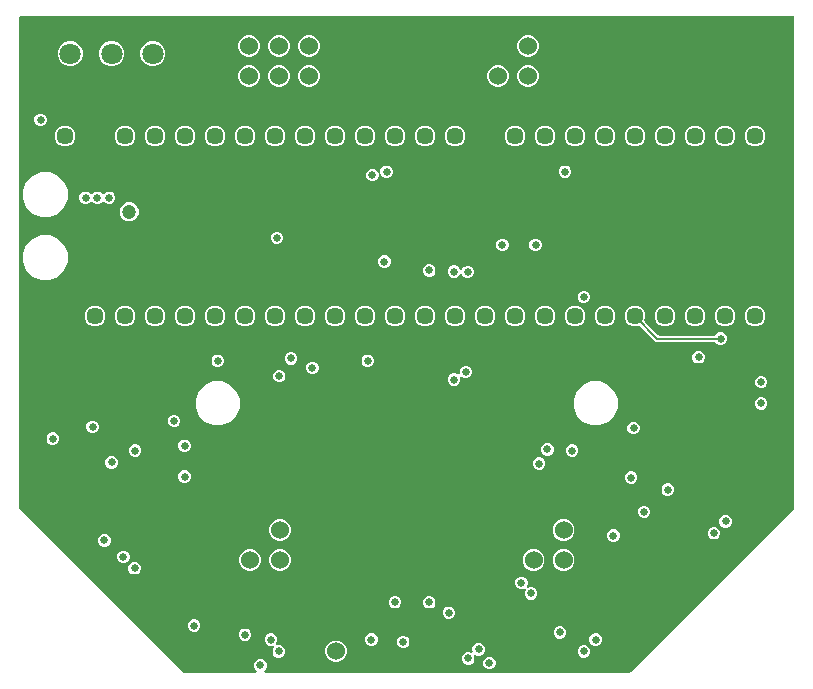
<source format=gbr>
G04 EAGLE Gerber RS-274X export*
G75*
%MOMM*%
%FSLAX34Y34*%
%LPD*%
%INCopper Layer 2*%
%IPPOS*%
%AMOC8*
5,1,8,0,0,1.08239X$1,22.5*%
G01*
%ADD10C,1.447800*%
%ADD11C,1.530000*%
%ADD12C,1.524000*%
%ADD13C,1.800000*%
%ADD14C,0.654000*%
%ADD15C,1.200000*%
%ADD16C,0.200000*%

G36*
X62120Y2005D02*
X62120Y2005D01*
X62152Y2003D01*
X62259Y2025D01*
X62367Y2041D01*
X62396Y2054D01*
X62428Y2060D01*
X62524Y2112D01*
X62624Y2157D01*
X62648Y2178D01*
X62677Y2193D01*
X62755Y2269D01*
X62838Y2340D01*
X62856Y2367D01*
X62879Y2390D01*
X62933Y2485D01*
X62993Y2576D01*
X63002Y2607D01*
X63018Y2635D01*
X63043Y2741D01*
X63075Y2846D01*
X63075Y2878D01*
X63083Y2909D01*
X63077Y3019D01*
X63079Y3128D01*
X63070Y3159D01*
X63068Y3191D01*
X63033Y3294D01*
X63004Y3400D01*
X62987Y3427D01*
X62976Y3458D01*
X62923Y3531D01*
X62855Y3640D01*
X62819Y3672D01*
X62794Y3707D01*
X61505Y4996D01*
X60697Y6945D01*
X60697Y9055D01*
X61505Y11004D01*
X62996Y12495D01*
X64945Y13303D01*
X67055Y13303D01*
X69004Y12495D01*
X70495Y11004D01*
X71303Y9055D01*
X71303Y6945D01*
X70495Y4996D01*
X69206Y3707D01*
X69186Y3681D01*
X69162Y3660D01*
X69102Y3568D01*
X69036Y3481D01*
X69025Y3451D01*
X69007Y3424D01*
X68975Y3319D01*
X68937Y3217D01*
X68934Y3185D01*
X68925Y3154D01*
X68924Y3045D01*
X68915Y2936D01*
X68922Y2904D01*
X68921Y2872D01*
X68950Y2767D01*
X68973Y2660D01*
X68988Y2631D01*
X68996Y2600D01*
X69054Y2507D01*
X69105Y2411D01*
X69128Y2388D01*
X69145Y2360D01*
X69226Y2287D01*
X69302Y2209D01*
X69330Y2193D01*
X69354Y2171D01*
X69452Y2124D01*
X69547Y2070D01*
X69579Y2062D01*
X69608Y2048D01*
X69697Y2034D01*
X69822Y2005D01*
X69870Y2007D01*
X69912Y2001D01*
X378757Y2001D01*
X378852Y2014D01*
X378949Y2019D01*
X378992Y2034D01*
X379037Y2041D01*
X379124Y2080D01*
X379215Y2112D01*
X379249Y2137D01*
X379294Y2157D01*
X379391Y2240D01*
X379464Y2293D01*
X517707Y140536D01*
X517764Y140613D01*
X517829Y140684D01*
X517849Y140725D01*
X517876Y140762D01*
X517910Y140852D01*
X517952Y140938D01*
X517958Y140980D01*
X517975Y141026D01*
X517985Y141153D01*
X517999Y141243D01*
X517999Y557000D01*
X517990Y557064D01*
X517991Y557128D01*
X517970Y557203D01*
X517959Y557279D01*
X517933Y557338D01*
X517916Y557400D01*
X517875Y557466D01*
X517843Y557536D01*
X517801Y557585D01*
X517768Y557640D01*
X517710Y557692D01*
X517660Y557750D01*
X517606Y557786D01*
X517558Y557829D01*
X517489Y557862D01*
X517424Y557905D01*
X517362Y557924D01*
X517305Y557952D01*
X517235Y557963D01*
X517154Y557987D01*
X517069Y557988D01*
X517000Y557999D01*
X-137000Y557999D01*
X-137064Y557990D01*
X-137128Y557991D01*
X-137203Y557970D01*
X-137279Y557959D01*
X-137338Y557933D01*
X-137400Y557916D01*
X-137466Y557875D01*
X-137536Y557843D01*
X-137585Y557801D01*
X-137640Y557768D01*
X-137692Y557710D01*
X-137750Y557660D01*
X-137786Y557606D01*
X-137829Y557558D01*
X-137862Y557489D01*
X-137905Y557424D01*
X-137924Y557362D01*
X-137952Y557305D01*
X-137963Y557235D01*
X-137987Y557154D01*
X-137988Y557069D01*
X-137999Y557000D01*
X-137999Y141243D01*
X-137986Y141148D01*
X-137981Y141051D01*
X-137966Y141008D01*
X-137959Y140963D01*
X-137920Y140876D01*
X-137888Y140785D01*
X-137863Y140751D01*
X-137843Y140706D01*
X-137760Y140609D01*
X-137707Y140536D01*
X536Y2293D01*
X613Y2236D01*
X684Y2171D01*
X725Y2151D01*
X762Y2124D01*
X852Y2090D01*
X938Y2048D01*
X980Y2042D01*
X1026Y2025D01*
X1153Y2015D01*
X1243Y2001D01*
X62088Y2001D01*
X62120Y2005D01*
G37*
%LPC*%
G36*
X-119779Y387699D02*
X-119779Y387699D01*
X-126763Y390592D01*
X-132108Y395937D01*
X-135001Y402920D01*
X-135001Y410479D01*
X-132108Y417463D01*
X-126763Y422808D01*
X-119779Y425701D01*
X-112221Y425701D01*
X-105237Y422808D01*
X-99892Y417463D01*
X-96999Y410479D01*
X-96999Y402920D01*
X-99892Y395937D01*
X-105237Y390592D01*
X-112221Y387699D01*
X-119779Y387699D01*
G37*
%LPD*%
%LPC*%
G36*
X-119779Y334299D02*
X-119779Y334299D01*
X-126763Y337192D01*
X-132108Y342537D01*
X-135001Y349520D01*
X-135001Y357079D01*
X-132108Y364063D01*
X-126763Y369408D01*
X-119779Y372301D01*
X-112221Y372301D01*
X-105237Y369408D01*
X-99892Y364063D01*
X-96999Y357079D01*
X-96999Y349520D01*
X-99892Y342537D01*
X-105237Y337192D01*
X-112221Y334299D01*
X-119779Y334299D01*
G37*
%LPD*%
%LPC*%
G36*
X26320Y211499D02*
X26320Y211499D01*
X19520Y214316D01*
X14316Y219520D01*
X11499Y226320D01*
X11499Y233680D01*
X14316Y240480D01*
X19520Y245684D01*
X26320Y248501D01*
X33680Y248501D01*
X40480Y245684D01*
X45684Y240480D01*
X48501Y233680D01*
X48501Y226320D01*
X45684Y219520D01*
X40480Y214316D01*
X33680Y211499D01*
X26320Y211499D01*
G37*
%LPD*%
%LPC*%
G36*
X346320Y211499D02*
X346320Y211499D01*
X339520Y214316D01*
X334316Y219520D01*
X331499Y226320D01*
X331499Y233680D01*
X334316Y240480D01*
X339520Y245684D01*
X346320Y248501D01*
X353680Y248501D01*
X360480Y245684D01*
X365684Y240480D01*
X368501Y233680D01*
X368501Y226320D01*
X365684Y219520D01*
X360480Y214316D01*
X353680Y211499D01*
X346320Y211499D01*
G37*
%LPD*%
%LPC*%
G36*
X454695Y279447D02*
X454695Y279447D01*
X452746Y280254D01*
X451194Y281806D01*
X451168Y281851D01*
X451161Y281857D01*
X451156Y281865D01*
X451058Y281954D01*
X450962Y282044D01*
X450953Y282048D01*
X450946Y282054D01*
X450828Y282112D01*
X450711Y282171D01*
X450701Y282173D01*
X450693Y282177D01*
X450616Y282189D01*
X450433Y282224D01*
X450409Y282222D01*
X450388Y282225D01*
X401205Y282225D01*
X387855Y295575D01*
X387847Y295580D01*
X387841Y295588D01*
X387734Y295665D01*
X387629Y295744D01*
X387620Y295747D01*
X387613Y295753D01*
X387489Y295797D01*
X387365Y295843D01*
X387356Y295844D01*
X387347Y295847D01*
X387215Y295855D01*
X387084Y295865D01*
X387075Y295863D01*
X387065Y295864D01*
X386990Y295846D01*
X386808Y295808D01*
X386787Y295796D01*
X386766Y295791D01*
X384943Y295036D01*
X381457Y295036D01*
X378236Y296370D01*
X375770Y298836D01*
X374436Y302057D01*
X374436Y305543D01*
X375770Y308764D01*
X378236Y311230D01*
X381457Y312564D01*
X384943Y312564D01*
X388164Y311230D01*
X390630Y308764D01*
X391964Y305543D01*
X391964Y302057D01*
X391209Y300234D01*
X391206Y300225D01*
X391202Y300217D01*
X391171Y300088D01*
X391139Y299961D01*
X391139Y299952D01*
X391137Y299942D01*
X391144Y299810D01*
X391148Y299679D01*
X391151Y299670D01*
X391151Y299661D01*
X391194Y299536D01*
X391235Y299411D01*
X391241Y299403D01*
X391244Y299394D01*
X391289Y299332D01*
X391394Y299178D01*
X391413Y299163D01*
X391425Y299145D01*
X403004Y287567D01*
X403080Y287509D01*
X403152Y287445D01*
X403193Y287425D01*
X403229Y287398D01*
X403319Y287364D01*
X403406Y287322D01*
X403448Y287315D01*
X403493Y287298D01*
X403621Y287288D01*
X403710Y287274D01*
X450388Y287274D01*
X450398Y287276D01*
X450407Y287275D01*
X450537Y287296D01*
X450667Y287314D01*
X450676Y287318D01*
X450685Y287320D01*
X450804Y287376D01*
X450924Y287430D01*
X450931Y287437D01*
X450940Y287441D01*
X451038Y287528D01*
X451138Y287614D01*
X451144Y287622D01*
X451151Y287628D01*
X451185Y287684D01*
X452746Y289245D01*
X454695Y290052D01*
X456804Y290052D01*
X458753Y289245D01*
X460245Y287753D01*
X461052Y285804D01*
X461052Y283695D01*
X460245Y281746D01*
X458753Y280254D01*
X456804Y279447D01*
X454695Y279447D01*
G37*
%LPD*%
%LPC*%
G36*
X-97093Y515475D02*
X-97093Y515475D01*
X-100962Y517078D01*
X-103922Y520038D01*
X-105525Y523906D01*
X-105525Y528093D01*
X-103922Y531962D01*
X-100962Y534922D01*
X-97093Y536525D01*
X-92907Y536525D01*
X-89038Y534922D01*
X-86078Y531962D01*
X-84475Y528093D01*
X-84475Y523906D01*
X-86078Y520038D01*
X-89038Y517078D01*
X-92907Y515475D01*
X-97093Y515475D01*
G37*
%LPD*%
%LPC*%
G36*
X-27093Y515475D02*
X-27093Y515475D01*
X-30962Y517078D01*
X-33922Y520038D01*
X-35525Y523906D01*
X-35525Y528093D01*
X-33922Y531962D01*
X-30962Y534922D01*
X-27093Y536525D01*
X-22907Y536525D01*
X-19038Y534922D01*
X-16078Y531962D01*
X-14475Y528093D01*
X-14475Y523906D01*
X-16078Y520038D01*
X-19038Y517078D01*
X-22907Y515475D01*
X-27093Y515475D01*
G37*
%LPD*%
%LPC*%
G36*
X-62093Y515475D02*
X-62093Y515475D01*
X-65962Y517078D01*
X-68922Y520038D01*
X-70525Y523906D01*
X-70525Y528093D01*
X-68922Y531962D01*
X-65962Y534922D01*
X-62093Y536525D01*
X-57907Y536525D01*
X-54038Y534922D01*
X-51078Y531962D01*
X-49475Y528093D01*
X-49475Y523906D01*
X-51078Y520038D01*
X-54038Y517078D01*
X-57907Y515475D01*
X-62093Y515475D01*
G37*
%LPD*%
%LPC*%
G36*
X54775Y523525D02*
X54775Y523525D01*
X51403Y524922D01*
X48822Y527503D01*
X47425Y530875D01*
X47425Y534525D01*
X48822Y537897D01*
X51403Y540478D01*
X54775Y541875D01*
X58425Y541875D01*
X61797Y540478D01*
X64378Y537897D01*
X65775Y534525D01*
X65775Y530875D01*
X64378Y527503D01*
X61797Y524922D01*
X58425Y523525D01*
X54775Y523525D01*
G37*
%LPD*%
%LPC*%
G36*
X290875Y523525D02*
X290875Y523525D01*
X287503Y524922D01*
X284922Y527503D01*
X283525Y530875D01*
X283525Y534525D01*
X284922Y537897D01*
X287503Y540478D01*
X290875Y541875D01*
X294525Y541875D01*
X297897Y540478D01*
X300478Y537897D01*
X301875Y534525D01*
X301875Y530875D01*
X300478Y527503D01*
X297897Y524922D01*
X294525Y523525D01*
X290875Y523525D01*
G37*
%LPD*%
%LPC*%
G36*
X105575Y523525D02*
X105575Y523525D01*
X102203Y524922D01*
X99622Y527503D01*
X98225Y530875D01*
X98225Y534525D01*
X99622Y537897D01*
X102203Y540478D01*
X105575Y541875D01*
X109225Y541875D01*
X112597Y540478D01*
X115178Y537897D01*
X116575Y534525D01*
X116575Y530875D01*
X115178Y527503D01*
X112597Y524922D01*
X109225Y523525D01*
X105575Y523525D01*
G37*
%LPD*%
%LPC*%
G36*
X80175Y523525D02*
X80175Y523525D01*
X76803Y524922D01*
X74222Y527503D01*
X72825Y530875D01*
X72825Y534525D01*
X74222Y537897D01*
X76803Y540478D01*
X80175Y541875D01*
X83825Y541875D01*
X87197Y540478D01*
X89778Y537897D01*
X91175Y534525D01*
X91175Y530875D01*
X89778Y527503D01*
X87197Y524922D01*
X83825Y523525D01*
X80175Y523525D01*
G37*
%LPD*%
%LPC*%
G36*
X265475Y498125D02*
X265475Y498125D01*
X262103Y499522D01*
X259522Y502103D01*
X258125Y505475D01*
X258125Y509125D01*
X259522Y512497D01*
X262103Y515078D01*
X265475Y516475D01*
X269125Y516475D01*
X272497Y515078D01*
X275078Y512497D01*
X276475Y509125D01*
X276475Y505475D01*
X275078Y502103D01*
X272497Y499522D01*
X269125Y498125D01*
X265475Y498125D01*
G37*
%LPD*%
%LPC*%
G36*
X105575Y498125D02*
X105575Y498125D01*
X102203Y499522D01*
X99622Y502103D01*
X98225Y505475D01*
X98225Y509125D01*
X99622Y512497D01*
X102203Y515078D01*
X105575Y516475D01*
X109225Y516475D01*
X112597Y515078D01*
X115178Y512497D01*
X116575Y509125D01*
X116575Y505475D01*
X115178Y502103D01*
X112597Y499522D01*
X109225Y498125D01*
X105575Y498125D01*
G37*
%LPD*%
%LPC*%
G36*
X80175Y498125D02*
X80175Y498125D01*
X76803Y499522D01*
X74222Y502103D01*
X72825Y505475D01*
X72825Y509125D01*
X74222Y512497D01*
X76803Y515078D01*
X80175Y516475D01*
X83825Y516475D01*
X87197Y515078D01*
X89778Y512497D01*
X91175Y509125D01*
X91175Y505475D01*
X89778Y502103D01*
X87197Y499522D01*
X83825Y498125D01*
X80175Y498125D01*
G37*
%LPD*%
%LPC*%
G36*
X54775Y498125D02*
X54775Y498125D01*
X51403Y499522D01*
X48822Y502103D01*
X47425Y505475D01*
X47425Y509125D01*
X48822Y512497D01*
X51403Y515078D01*
X54775Y516475D01*
X58425Y516475D01*
X61797Y515078D01*
X64378Y512497D01*
X65775Y509125D01*
X65775Y505475D01*
X64378Y502103D01*
X61797Y499522D01*
X58425Y498125D01*
X54775Y498125D01*
G37*
%LPD*%
%LPC*%
G36*
X290875Y498125D02*
X290875Y498125D01*
X287503Y499522D01*
X284922Y502103D01*
X283525Y505475D01*
X283525Y509125D01*
X284922Y512497D01*
X287503Y515078D01*
X290875Y516475D01*
X294525Y516475D01*
X297897Y515078D01*
X300478Y512497D01*
X301875Y509125D01*
X301875Y505475D01*
X300478Y502103D01*
X297897Y499522D01*
X294525Y498125D01*
X290875Y498125D01*
G37*
%LPD*%
%LPC*%
G36*
X320875Y113525D02*
X320875Y113525D01*
X317503Y114922D01*
X314922Y117503D01*
X313525Y120875D01*
X313525Y124525D01*
X314922Y127897D01*
X317503Y130478D01*
X320875Y131875D01*
X324525Y131875D01*
X327897Y130478D01*
X330478Y127897D01*
X331875Y124525D01*
X331875Y120875D01*
X330478Y117503D01*
X327897Y114922D01*
X324525Y113525D01*
X320875Y113525D01*
G37*
%LPD*%
%LPC*%
G36*
X80875Y113525D02*
X80875Y113525D01*
X77503Y114922D01*
X74922Y117503D01*
X73525Y120875D01*
X73525Y124525D01*
X74922Y127897D01*
X77503Y130478D01*
X80875Y131875D01*
X84525Y131875D01*
X87897Y130478D01*
X90478Y127897D01*
X91875Y124525D01*
X91875Y120875D01*
X90478Y117503D01*
X87897Y114922D01*
X84525Y113525D01*
X80875Y113525D01*
G37*
%LPD*%
%LPC*%
G36*
X320875Y88125D02*
X320875Y88125D01*
X317503Y89522D01*
X314922Y92103D01*
X313525Y95475D01*
X313525Y99125D01*
X314922Y102497D01*
X317503Y105078D01*
X320875Y106475D01*
X324525Y106475D01*
X327897Y105078D01*
X330478Y102497D01*
X331875Y99125D01*
X331875Y95475D01*
X330478Y92103D01*
X327897Y89522D01*
X324525Y88125D01*
X320875Y88125D01*
G37*
%LPD*%
%LPC*%
G36*
X295475Y88125D02*
X295475Y88125D01*
X292103Y89522D01*
X289522Y92103D01*
X288125Y95475D01*
X288125Y99125D01*
X289522Y102497D01*
X292103Y105078D01*
X295475Y106475D01*
X299125Y106475D01*
X302497Y105078D01*
X305078Y102497D01*
X306475Y99125D01*
X306475Y95475D01*
X305078Y92103D01*
X302497Y89522D01*
X299125Y88125D01*
X295475Y88125D01*
G37*
%LPD*%
%LPC*%
G36*
X80875Y88125D02*
X80875Y88125D01*
X77503Y89522D01*
X74922Y92103D01*
X73525Y95475D01*
X73525Y99125D01*
X74922Y102497D01*
X77503Y105078D01*
X80875Y106475D01*
X84525Y106475D01*
X87897Y105078D01*
X90478Y102497D01*
X91875Y99125D01*
X91875Y95475D01*
X90478Y92103D01*
X87897Y89522D01*
X84525Y88125D01*
X80875Y88125D01*
G37*
%LPD*%
%LPC*%
G36*
X55475Y88125D02*
X55475Y88125D01*
X52103Y89522D01*
X49522Y92103D01*
X48125Y95475D01*
X48125Y99125D01*
X49522Y102497D01*
X52103Y105078D01*
X55475Y106475D01*
X59125Y106475D01*
X62497Y105078D01*
X65078Y102497D01*
X66475Y99125D01*
X66475Y95475D01*
X65078Y92103D01*
X62497Y89522D01*
X59125Y88125D01*
X55475Y88125D01*
G37*
%LPD*%
%LPC*%
G36*
X-83055Y398697D02*
X-83055Y398697D01*
X-85004Y399505D01*
X-86495Y400996D01*
X-87303Y402945D01*
X-87303Y405055D01*
X-86495Y407004D01*
X-85004Y408495D01*
X-83055Y409303D01*
X-80945Y409303D01*
X-78996Y408495D01*
X-77707Y407206D01*
X-77655Y407167D01*
X-77610Y407121D01*
X-77543Y407083D01*
X-77481Y407036D01*
X-77421Y407014D01*
X-77365Y406982D01*
X-77290Y406964D01*
X-77217Y406937D01*
X-77153Y406932D01*
X-77090Y406917D01*
X-77013Y406921D01*
X-76936Y406915D01*
X-76873Y406928D01*
X-76809Y406932D01*
X-76736Y406957D01*
X-76660Y406973D01*
X-76603Y407003D01*
X-76542Y407024D01*
X-76486Y407065D01*
X-76411Y407105D01*
X-76350Y407164D01*
X-76293Y407206D01*
X-75004Y408495D01*
X-73055Y409303D01*
X-70945Y409303D01*
X-68996Y408495D01*
X-67707Y407206D01*
X-67655Y407167D01*
X-67610Y407121D01*
X-67543Y407083D01*
X-67481Y407037D01*
X-67421Y407014D01*
X-67365Y406982D01*
X-67290Y406964D01*
X-67217Y406937D01*
X-67153Y406932D01*
X-67091Y406917D01*
X-67013Y406921D01*
X-66936Y406915D01*
X-66873Y406928D01*
X-66809Y406932D01*
X-66736Y406957D01*
X-66660Y406973D01*
X-66603Y407003D01*
X-66542Y407024D01*
X-66486Y407065D01*
X-66411Y407105D01*
X-66350Y407164D01*
X-66293Y407206D01*
X-65004Y408495D01*
X-63055Y409303D01*
X-60945Y409303D01*
X-58996Y408495D01*
X-57505Y407004D01*
X-56697Y405055D01*
X-56697Y402945D01*
X-57505Y400996D01*
X-58996Y399505D01*
X-60945Y398697D01*
X-63055Y398697D01*
X-65004Y399505D01*
X-66293Y400794D01*
X-66345Y400833D01*
X-66390Y400879D01*
X-66457Y400917D01*
X-66519Y400964D01*
X-66579Y400986D01*
X-66635Y401018D01*
X-66710Y401036D01*
X-66783Y401063D01*
X-66847Y401068D01*
X-66910Y401083D01*
X-66987Y401079D01*
X-67064Y401085D01*
X-67127Y401072D01*
X-67191Y401068D01*
X-67264Y401043D01*
X-67340Y401027D01*
X-67397Y400997D01*
X-67458Y400976D01*
X-67514Y400935D01*
X-67589Y400895D01*
X-67650Y400836D01*
X-67707Y400794D01*
X-68996Y399505D01*
X-70945Y398697D01*
X-73055Y398697D01*
X-75004Y399505D01*
X-76293Y400794D01*
X-76345Y400833D01*
X-76390Y400879D01*
X-76457Y400917D01*
X-76519Y400963D01*
X-76579Y400986D01*
X-76635Y401018D01*
X-76710Y401036D01*
X-76783Y401063D01*
X-76847Y401068D01*
X-76909Y401083D01*
X-76987Y401079D01*
X-77064Y401085D01*
X-77127Y401072D01*
X-77191Y401068D01*
X-77264Y401043D01*
X-77340Y401027D01*
X-77397Y400997D01*
X-77458Y400976D01*
X-77514Y400935D01*
X-77589Y400895D01*
X-77650Y400836D01*
X-77707Y400794D01*
X-78996Y399505D01*
X-80945Y398697D01*
X-83055Y398697D01*
G37*
%LPD*%
%LPC*%
G36*
X128181Y10855D02*
X128181Y10855D01*
X124820Y12247D01*
X122247Y14820D01*
X120855Y18181D01*
X120855Y21819D01*
X122247Y25180D01*
X124820Y27753D01*
X128181Y29145D01*
X131819Y29145D01*
X135180Y27753D01*
X137753Y25180D01*
X139145Y21819D01*
X139145Y18181D01*
X137753Y14820D01*
X135180Y12247D01*
X131819Y10855D01*
X128181Y10855D01*
G37*
%LPD*%
%LPC*%
G36*
X406857Y447436D02*
X406857Y447436D01*
X403636Y448770D01*
X401170Y451236D01*
X399836Y454457D01*
X399836Y457943D01*
X401170Y461164D01*
X403636Y463630D01*
X406857Y464964D01*
X410343Y464964D01*
X413564Y463630D01*
X416030Y461164D01*
X417364Y457943D01*
X417364Y454457D01*
X416030Y451236D01*
X413564Y448770D01*
X410343Y447436D01*
X406857Y447436D01*
G37*
%LPD*%
%LPC*%
G36*
X381457Y447436D02*
X381457Y447436D01*
X378236Y448770D01*
X375770Y451236D01*
X374436Y454457D01*
X374436Y457943D01*
X375770Y461164D01*
X378236Y463630D01*
X381457Y464964D01*
X384943Y464964D01*
X388164Y463630D01*
X390630Y461164D01*
X391964Y457943D01*
X391964Y454457D01*
X390630Y451236D01*
X388164Y448770D01*
X384943Y447436D01*
X381457Y447436D01*
G37*
%LPD*%
%LPC*%
G36*
X356057Y447436D02*
X356057Y447436D01*
X352836Y448770D01*
X350370Y451236D01*
X349036Y454457D01*
X349036Y457943D01*
X350370Y461164D01*
X352836Y463630D01*
X356057Y464964D01*
X359543Y464964D01*
X362764Y463630D01*
X365230Y461164D01*
X366564Y457943D01*
X366564Y454457D01*
X365230Y451236D01*
X362764Y448770D01*
X359543Y447436D01*
X356057Y447436D01*
G37*
%LPD*%
%LPC*%
G36*
X330657Y447436D02*
X330657Y447436D01*
X327436Y448770D01*
X324970Y451236D01*
X323636Y454457D01*
X323636Y457943D01*
X324970Y461164D01*
X327436Y463630D01*
X330657Y464964D01*
X334143Y464964D01*
X337364Y463630D01*
X339830Y461164D01*
X341164Y457943D01*
X341164Y454457D01*
X339830Y451236D01*
X337364Y448770D01*
X334143Y447436D01*
X330657Y447436D01*
G37*
%LPD*%
%LPC*%
G36*
X305257Y447436D02*
X305257Y447436D01*
X302036Y448770D01*
X299570Y451236D01*
X298236Y454457D01*
X298236Y457943D01*
X299570Y461164D01*
X302036Y463630D01*
X305257Y464964D01*
X308743Y464964D01*
X311964Y463630D01*
X314430Y461164D01*
X315764Y457943D01*
X315764Y454457D01*
X314430Y451236D01*
X311964Y448770D01*
X308743Y447436D01*
X305257Y447436D01*
G37*
%LPD*%
%LPC*%
G36*
X279857Y447436D02*
X279857Y447436D01*
X276636Y448770D01*
X274170Y451236D01*
X272836Y454457D01*
X272836Y457943D01*
X274170Y461164D01*
X276636Y463630D01*
X279857Y464964D01*
X283343Y464964D01*
X286564Y463630D01*
X289030Y461164D01*
X290364Y457943D01*
X290364Y454457D01*
X289030Y451236D01*
X286564Y448770D01*
X283343Y447436D01*
X279857Y447436D01*
G37*
%LPD*%
%LPC*%
G36*
X229057Y447436D02*
X229057Y447436D01*
X225836Y448770D01*
X223370Y451236D01*
X222036Y454457D01*
X222036Y457943D01*
X223370Y461164D01*
X225836Y463630D01*
X229057Y464964D01*
X232543Y464964D01*
X235764Y463630D01*
X238230Y461164D01*
X239564Y457943D01*
X239564Y454457D01*
X238230Y451236D01*
X235764Y448770D01*
X232543Y447436D01*
X229057Y447436D01*
G37*
%LPD*%
%LPC*%
G36*
X178257Y447436D02*
X178257Y447436D01*
X175036Y448770D01*
X172570Y451236D01*
X171236Y454457D01*
X171236Y457943D01*
X172570Y461164D01*
X175036Y463630D01*
X178257Y464964D01*
X181743Y464964D01*
X184964Y463630D01*
X187430Y461164D01*
X188764Y457943D01*
X188764Y454457D01*
X187430Y451236D01*
X184964Y448770D01*
X181743Y447436D01*
X178257Y447436D01*
G37*
%LPD*%
%LPC*%
G36*
X152857Y447436D02*
X152857Y447436D01*
X149636Y448770D01*
X147170Y451236D01*
X145836Y454457D01*
X145836Y457943D01*
X147170Y461164D01*
X149636Y463630D01*
X152857Y464964D01*
X156343Y464964D01*
X159564Y463630D01*
X162030Y461164D01*
X163364Y457943D01*
X163364Y454457D01*
X162030Y451236D01*
X159564Y448770D01*
X156343Y447436D01*
X152857Y447436D01*
G37*
%LPD*%
%LPC*%
G36*
X127457Y447436D02*
X127457Y447436D01*
X124236Y448770D01*
X121770Y451236D01*
X120436Y454457D01*
X120436Y457943D01*
X121770Y461164D01*
X124236Y463630D01*
X127457Y464964D01*
X130943Y464964D01*
X134164Y463630D01*
X136630Y461164D01*
X137964Y457943D01*
X137964Y454457D01*
X136630Y451236D01*
X134164Y448770D01*
X130943Y447436D01*
X127457Y447436D01*
G37*
%LPD*%
%LPC*%
G36*
X102057Y447436D02*
X102057Y447436D01*
X98836Y448770D01*
X96370Y451236D01*
X95036Y454457D01*
X95036Y457943D01*
X96370Y461164D01*
X98836Y463630D01*
X102057Y464964D01*
X105543Y464964D01*
X108764Y463630D01*
X111230Y461164D01*
X112564Y457943D01*
X112564Y454457D01*
X111230Y451236D01*
X108764Y448770D01*
X105543Y447436D01*
X102057Y447436D01*
G37*
%LPD*%
%LPC*%
G36*
X76657Y447436D02*
X76657Y447436D01*
X73436Y448770D01*
X70970Y451236D01*
X69636Y454457D01*
X69636Y457943D01*
X70970Y461164D01*
X73436Y463630D01*
X76657Y464964D01*
X80143Y464964D01*
X83364Y463630D01*
X85830Y461164D01*
X87164Y457943D01*
X87164Y454457D01*
X85830Y451236D01*
X83364Y448770D01*
X80143Y447436D01*
X76657Y447436D01*
G37*
%LPD*%
%LPC*%
G36*
X483057Y295036D02*
X483057Y295036D01*
X479836Y296370D01*
X477370Y298836D01*
X476036Y302057D01*
X476036Y305543D01*
X477370Y308764D01*
X479836Y311230D01*
X483057Y312564D01*
X486543Y312564D01*
X489764Y311230D01*
X492230Y308764D01*
X493564Y305543D01*
X493564Y302057D01*
X492230Y298836D01*
X489764Y296370D01*
X486543Y295036D01*
X483057Y295036D01*
G37*
%LPD*%
%LPC*%
G36*
X203657Y447436D02*
X203657Y447436D01*
X200436Y448770D01*
X197970Y451236D01*
X196636Y454457D01*
X196636Y457943D01*
X197970Y461164D01*
X200436Y463630D01*
X203657Y464964D01*
X207143Y464964D01*
X210364Y463630D01*
X212830Y461164D01*
X214164Y457943D01*
X214164Y454457D01*
X212830Y451236D01*
X210364Y448770D01*
X207143Y447436D01*
X203657Y447436D01*
G37*
%LPD*%
%LPC*%
G36*
X457657Y295036D02*
X457657Y295036D01*
X454436Y296370D01*
X451970Y298836D01*
X450636Y302057D01*
X450636Y305543D01*
X451970Y308764D01*
X454436Y311230D01*
X457657Y312564D01*
X461143Y312564D01*
X464364Y311230D01*
X466830Y308764D01*
X468164Y305543D01*
X468164Y302057D01*
X466830Y298836D01*
X464364Y296370D01*
X461143Y295036D01*
X457657Y295036D01*
G37*
%LPD*%
%LPC*%
G36*
X432257Y295036D02*
X432257Y295036D01*
X429036Y296370D01*
X426570Y298836D01*
X425236Y302057D01*
X425236Y305543D01*
X426570Y308764D01*
X429036Y311230D01*
X432257Y312564D01*
X435743Y312564D01*
X438964Y311230D01*
X441430Y308764D01*
X442764Y305543D01*
X442764Y302057D01*
X441430Y298836D01*
X438964Y296370D01*
X435743Y295036D01*
X432257Y295036D01*
G37*
%LPD*%
%LPC*%
G36*
X406857Y295036D02*
X406857Y295036D01*
X403636Y296370D01*
X401170Y298836D01*
X399836Y302057D01*
X399836Y305543D01*
X401170Y308764D01*
X403636Y311230D01*
X406857Y312564D01*
X410343Y312564D01*
X413564Y311230D01*
X416030Y308764D01*
X417364Y305543D01*
X417364Y302057D01*
X416030Y298836D01*
X413564Y296370D01*
X410343Y295036D01*
X406857Y295036D01*
G37*
%LPD*%
%LPC*%
G36*
X25857Y295036D02*
X25857Y295036D01*
X22636Y296370D01*
X20170Y298836D01*
X18836Y302057D01*
X18836Y305543D01*
X20170Y308764D01*
X22636Y311230D01*
X25857Y312564D01*
X29343Y312564D01*
X32564Y311230D01*
X35030Y308764D01*
X36364Y305543D01*
X36364Y302057D01*
X35030Y298836D01*
X32564Y296370D01*
X29343Y295036D01*
X25857Y295036D01*
G37*
%LPD*%
%LPC*%
G36*
X-50343Y295036D02*
X-50343Y295036D01*
X-53564Y296370D01*
X-56030Y298836D01*
X-57364Y302057D01*
X-57364Y305543D01*
X-56030Y308764D01*
X-53564Y311230D01*
X-50343Y312564D01*
X-46857Y312564D01*
X-43636Y311230D01*
X-41170Y308764D01*
X-39836Y305543D01*
X-39836Y302057D01*
X-41170Y298836D01*
X-43636Y296370D01*
X-46857Y295036D01*
X-50343Y295036D01*
G37*
%LPD*%
%LPC*%
G36*
X356057Y295036D02*
X356057Y295036D01*
X352836Y296370D01*
X350370Y298836D01*
X349036Y302057D01*
X349036Y305543D01*
X350370Y308764D01*
X352836Y311230D01*
X356057Y312564D01*
X359543Y312564D01*
X362764Y311230D01*
X365230Y308764D01*
X366564Y305543D01*
X366564Y302057D01*
X365230Y298836D01*
X362764Y296370D01*
X359543Y295036D01*
X356057Y295036D01*
G37*
%LPD*%
%LPC*%
G36*
X-75743Y295036D02*
X-75743Y295036D01*
X-78964Y296370D01*
X-81430Y298836D01*
X-82764Y302057D01*
X-82764Y305543D01*
X-81430Y308764D01*
X-78964Y311230D01*
X-75743Y312564D01*
X-72257Y312564D01*
X-69036Y311230D01*
X-66570Y308764D01*
X-65236Y305543D01*
X-65236Y302057D01*
X-66570Y298836D01*
X-69036Y296370D01*
X-72257Y295036D01*
X-75743Y295036D01*
G37*
%LPD*%
%LPC*%
G36*
X330657Y295036D02*
X330657Y295036D01*
X327436Y296370D01*
X324970Y298836D01*
X323636Y302057D01*
X323636Y305543D01*
X324970Y308764D01*
X327436Y311230D01*
X330657Y312564D01*
X334143Y312564D01*
X337364Y311230D01*
X339830Y308764D01*
X341164Y305543D01*
X341164Y302057D01*
X339830Y298836D01*
X337364Y296370D01*
X334143Y295036D01*
X330657Y295036D01*
G37*
%LPD*%
%LPC*%
G36*
X102057Y295036D02*
X102057Y295036D01*
X98836Y296370D01*
X96370Y298836D01*
X95036Y302057D01*
X95036Y305543D01*
X96370Y308764D01*
X98836Y311230D01*
X102057Y312564D01*
X105543Y312564D01*
X108764Y311230D01*
X111230Y308764D01*
X112564Y305543D01*
X112564Y302057D01*
X111230Y298836D01*
X108764Y296370D01*
X105543Y295036D01*
X102057Y295036D01*
G37*
%LPD*%
%LPC*%
G36*
X76657Y295036D02*
X76657Y295036D01*
X73436Y296370D01*
X70970Y298836D01*
X69636Y302057D01*
X69636Y305543D01*
X70970Y308764D01*
X73436Y311230D01*
X76657Y312564D01*
X80143Y312564D01*
X83364Y311230D01*
X85830Y308764D01*
X87164Y305543D01*
X87164Y302057D01*
X85830Y298836D01*
X83364Y296370D01*
X80143Y295036D01*
X76657Y295036D01*
G37*
%LPD*%
%LPC*%
G36*
X127457Y295036D02*
X127457Y295036D01*
X124236Y296370D01*
X121770Y298836D01*
X120436Y302057D01*
X120436Y305543D01*
X121770Y308764D01*
X124236Y311230D01*
X127457Y312564D01*
X130943Y312564D01*
X134164Y311230D01*
X136630Y308764D01*
X137964Y305543D01*
X137964Y302057D01*
X136630Y298836D01*
X134164Y296370D01*
X130943Y295036D01*
X127457Y295036D01*
G37*
%LPD*%
%LPC*%
G36*
X-24943Y295036D02*
X-24943Y295036D01*
X-28164Y296370D01*
X-30630Y298836D01*
X-31964Y302057D01*
X-31964Y305543D01*
X-30630Y308764D01*
X-28164Y311230D01*
X-24943Y312564D01*
X-21457Y312564D01*
X-18236Y311230D01*
X-15770Y308764D01*
X-14436Y305543D01*
X-14436Y302057D01*
X-15770Y298836D01*
X-18236Y296370D01*
X-21457Y295036D01*
X-24943Y295036D01*
G37*
%LPD*%
%LPC*%
G36*
X305257Y295036D02*
X305257Y295036D01*
X302036Y296370D01*
X299570Y298836D01*
X298236Y302057D01*
X298236Y305543D01*
X299570Y308764D01*
X302036Y311230D01*
X305257Y312564D01*
X308743Y312564D01*
X311964Y311230D01*
X314430Y308764D01*
X315764Y305543D01*
X315764Y302057D01*
X314430Y298836D01*
X311964Y296370D01*
X308743Y295036D01*
X305257Y295036D01*
G37*
%LPD*%
%LPC*%
G36*
X51257Y295036D02*
X51257Y295036D01*
X48036Y296370D01*
X45570Y298836D01*
X44236Y302057D01*
X44236Y305543D01*
X45570Y308764D01*
X48036Y311230D01*
X51257Y312564D01*
X54743Y312564D01*
X57964Y311230D01*
X60430Y308764D01*
X61764Y305543D01*
X61764Y302057D01*
X60430Y298836D01*
X57964Y296370D01*
X54743Y295036D01*
X51257Y295036D01*
G37*
%LPD*%
%LPC*%
G36*
X254457Y295036D02*
X254457Y295036D01*
X251236Y296370D01*
X248770Y298836D01*
X247436Y302057D01*
X247436Y305543D01*
X248770Y308764D01*
X251236Y311230D01*
X254457Y312564D01*
X257943Y312564D01*
X261164Y311230D01*
X263630Y308764D01*
X264964Y305543D01*
X264964Y302057D01*
X263630Y298836D01*
X261164Y296370D01*
X257943Y295036D01*
X254457Y295036D01*
G37*
%LPD*%
%LPC*%
G36*
X229057Y295036D02*
X229057Y295036D01*
X225836Y296370D01*
X223370Y298836D01*
X222036Y302057D01*
X222036Y305543D01*
X223370Y308764D01*
X225836Y311230D01*
X229057Y312564D01*
X232543Y312564D01*
X235764Y311230D01*
X238230Y308764D01*
X239564Y305543D01*
X239564Y302057D01*
X238230Y298836D01*
X235764Y296370D01*
X232543Y295036D01*
X229057Y295036D01*
G37*
%LPD*%
%LPC*%
G36*
X203657Y295036D02*
X203657Y295036D01*
X200436Y296370D01*
X197970Y298836D01*
X196636Y302057D01*
X196636Y305543D01*
X197970Y308764D01*
X200436Y311230D01*
X203657Y312564D01*
X207143Y312564D01*
X210364Y311230D01*
X212830Y308764D01*
X214164Y305543D01*
X214164Y302057D01*
X212830Y298836D01*
X210364Y296370D01*
X207143Y295036D01*
X203657Y295036D01*
G37*
%LPD*%
%LPC*%
G36*
X178257Y295036D02*
X178257Y295036D01*
X175036Y296370D01*
X172570Y298836D01*
X171236Y302057D01*
X171236Y305543D01*
X172570Y308764D01*
X175036Y311230D01*
X178257Y312564D01*
X181743Y312564D01*
X184964Y311230D01*
X187430Y308764D01*
X188764Y305543D01*
X188764Y302057D01*
X187430Y298836D01*
X184964Y296370D01*
X181743Y295036D01*
X178257Y295036D01*
G37*
%LPD*%
%LPC*%
G36*
X152857Y295036D02*
X152857Y295036D01*
X149636Y296370D01*
X147170Y298836D01*
X145836Y302057D01*
X145836Y305543D01*
X147170Y308764D01*
X149636Y311230D01*
X152857Y312564D01*
X156343Y312564D01*
X159564Y311230D01*
X162030Y308764D01*
X163364Y305543D01*
X163364Y302057D01*
X162030Y298836D01*
X159564Y296370D01*
X156343Y295036D01*
X152857Y295036D01*
G37*
%LPD*%
%LPC*%
G36*
X51257Y447436D02*
X51257Y447436D01*
X48036Y448770D01*
X45570Y451236D01*
X44236Y454457D01*
X44236Y457943D01*
X45570Y461164D01*
X48036Y463630D01*
X51257Y464964D01*
X54743Y464964D01*
X57964Y463630D01*
X60430Y461164D01*
X61764Y457943D01*
X61764Y454457D01*
X60430Y451236D01*
X57964Y448770D01*
X54743Y447436D01*
X51257Y447436D01*
G37*
%LPD*%
%LPC*%
G36*
X25857Y447436D02*
X25857Y447436D01*
X22636Y448770D01*
X20170Y451236D01*
X18836Y454457D01*
X18836Y457943D01*
X20170Y461164D01*
X22636Y463630D01*
X25857Y464964D01*
X29343Y464964D01*
X32564Y463630D01*
X35030Y461164D01*
X36364Y457943D01*
X36364Y454457D01*
X35030Y451236D01*
X32564Y448770D01*
X29343Y447436D01*
X25857Y447436D01*
G37*
%LPD*%
%LPC*%
G36*
X279857Y295036D02*
X279857Y295036D01*
X276636Y296370D01*
X274170Y298836D01*
X272836Y302057D01*
X272836Y305543D01*
X274170Y308764D01*
X276636Y311230D01*
X279857Y312564D01*
X283343Y312564D01*
X286564Y311230D01*
X289030Y308764D01*
X290364Y305543D01*
X290364Y302057D01*
X289030Y298836D01*
X286564Y296370D01*
X283343Y295036D01*
X279857Y295036D01*
G37*
%LPD*%
%LPC*%
G36*
X432257Y447436D02*
X432257Y447436D01*
X429036Y448770D01*
X426570Y451236D01*
X425236Y454457D01*
X425236Y457943D01*
X426570Y461164D01*
X429036Y463630D01*
X432257Y464964D01*
X435743Y464964D01*
X438964Y463630D01*
X441430Y461164D01*
X442764Y457943D01*
X442764Y454457D01*
X441430Y451236D01*
X438964Y448770D01*
X435743Y447436D01*
X432257Y447436D01*
G37*
%LPD*%
%LPC*%
G36*
X-24943Y447436D02*
X-24943Y447436D01*
X-28164Y448770D01*
X-30630Y451236D01*
X-31964Y454457D01*
X-31964Y457943D01*
X-30630Y461164D01*
X-28164Y463630D01*
X-24943Y464964D01*
X-21457Y464964D01*
X-18236Y463630D01*
X-15770Y461164D01*
X-14436Y457943D01*
X-14436Y454457D01*
X-15770Y451236D01*
X-18236Y448770D01*
X-21457Y447436D01*
X-24943Y447436D01*
G37*
%LPD*%
%LPC*%
G36*
X-50343Y447436D02*
X-50343Y447436D01*
X-53564Y448770D01*
X-56030Y451236D01*
X-57364Y454457D01*
X-57364Y457943D01*
X-56030Y461164D01*
X-53564Y463630D01*
X-50343Y464964D01*
X-46857Y464964D01*
X-43636Y463630D01*
X-41170Y461164D01*
X-39836Y457943D01*
X-39836Y454457D01*
X-41170Y451236D01*
X-43636Y448770D01*
X-46857Y447436D01*
X-50343Y447436D01*
G37*
%LPD*%
%LPC*%
G36*
X483057Y447436D02*
X483057Y447436D01*
X479836Y448770D01*
X477370Y451236D01*
X476036Y454457D01*
X476036Y457943D01*
X477370Y461164D01*
X479836Y463630D01*
X483057Y464964D01*
X486543Y464964D01*
X489764Y463630D01*
X492230Y461164D01*
X493564Y457943D01*
X493564Y454457D01*
X492230Y451236D01*
X489764Y448770D01*
X486543Y447436D01*
X483057Y447436D01*
G37*
%LPD*%
%LPC*%
G36*
X457657Y447436D02*
X457657Y447436D01*
X454436Y448770D01*
X451970Y451236D01*
X450636Y454457D01*
X450636Y457943D01*
X451970Y461164D01*
X454436Y463630D01*
X457657Y464964D01*
X461143Y464964D01*
X464364Y463630D01*
X466830Y461164D01*
X468164Y457943D01*
X468164Y454457D01*
X466830Y451236D01*
X464364Y448770D01*
X461143Y447436D01*
X457657Y447436D01*
G37*
%LPD*%
%LPC*%
G36*
X-101143Y447436D02*
X-101143Y447436D01*
X-104364Y448770D01*
X-106830Y451236D01*
X-108164Y454457D01*
X-108164Y457943D01*
X-106830Y461164D01*
X-104364Y463630D01*
X-101143Y464964D01*
X-97657Y464964D01*
X-94436Y463630D01*
X-91970Y461164D01*
X-90636Y457943D01*
X-90636Y454457D01*
X-91970Y451236D01*
X-94436Y448770D01*
X-97657Y447436D01*
X-101143Y447436D01*
G37*
%LPD*%
%LPC*%
G36*
X457Y447436D02*
X457Y447436D01*
X-2764Y448770D01*
X-5230Y451236D01*
X-6564Y454457D01*
X-6564Y457943D01*
X-5230Y461164D01*
X-2764Y463630D01*
X457Y464964D01*
X3943Y464964D01*
X7164Y463630D01*
X9630Y461164D01*
X10964Y457943D01*
X10964Y454457D01*
X9630Y451236D01*
X7164Y448770D01*
X3943Y447436D01*
X457Y447436D01*
G37*
%LPD*%
%LPC*%
G36*
X457Y295036D02*
X457Y295036D01*
X-2764Y296370D01*
X-5230Y298836D01*
X-6564Y302057D01*
X-6564Y305543D01*
X-5230Y308764D01*
X-2764Y311230D01*
X457Y312564D01*
X3943Y312564D01*
X7164Y311230D01*
X9630Y308764D01*
X10964Y305543D01*
X10964Y302057D01*
X9630Y298836D01*
X7164Y296370D01*
X3943Y295036D01*
X457Y295036D01*
G37*
%LPD*%
%LPC*%
G36*
X-46566Y383967D02*
X-46566Y383967D01*
X-49518Y385190D01*
X-51778Y387450D01*
X-53001Y390402D01*
X-53001Y393598D01*
X-51778Y396550D01*
X-49518Y398810D01*
X-46566Y400033D01*
X-43370Y400033D01*
X-40418Y398810D01*
X-38158Y396550D01*
X-36935Y393598D01*
X-36935Y390402D01*
X-38158Y387450D01*
X-40418Y385190D01*
X-43370Y383967D01*
X-46566Y383967D01*
G37*
%LPD*%
%LPC*%
G36*
X228945Y244697D02*
X228945Y244697D01*
X226996Y245505D01*
X225505Y246996D01*
X224697Y248945D01*
X224697Y251055D01*
X225505Y253004D01*
X226996Y254495D01*
X228945Y255303D01*
X231055Y255303D01*
X233004Y254495D01*
X233054Y254445D01*
X233123Y254393D01*
X233186Y254334D01*
X233235Y254309D01*
X233279Y254276D01*
X233360Y254246D01*
X233438Y254206D01*
X233492Y254196D01*
X233543Y254177D01*
X233630Y254170D01*
X233715Y254154D01*
X233770Y254159D01*
X233824Y254155D01*
X233909Y254173D01*
X233996Y254181D01*
X234047Y254201D01*
X234100Y254212D01*
X234177Y254253D01*
X234258Y254285D01*
X234301Y254319D01*
X234349Y254345D01*
X234412Y254406D01*
X234480Y254459D01*
X234512Y254503D01*
X234551Y254542D01*
X234594Y254617D01*
X234645Y254688D01*
X234663Y254739D01*
X234691Y254787D01*
X234711Y254871D01*
X234740Y254953D01*
X234743Y255008D01*
X234755Y255061D01*
X234751Y255148D01*
X234756Y255235D01*
X234744Y255284D01*
X234741Y255343D01*
X234704Y255451D01*
X234697Y255478D01*
X234697Y257611D01*
X235505Y259560D01*
X236996Y261051D01*
X238945Y261859D01*
X241055Y261859D01*
X243004Y261051D01*
X244495Y259560D01*
X245303Y257611D01*
X245303Y255501D01*
X244495Y253552D01*
X243004Y252061D01*
X241055Y251253D01*
X238945Y251253D01*
X236996Y252061D01*
X236946Y252111D01*
X236877Y252163D01*
X236814Y252222D01*
X236765Y252247D01*
X236721Y252280D01*
X236640Y252310D01*
X236562Y252350D01*
X236508Y252360D01*
X236457Y252379D01*
X236370Y252386D01*
X236285Y252402D01*
X236230Y252397D01*
X236176Y252401D01*
X236091Y252383D01*
X236004Y252375D01*
X235953Y252355D01*
X235900Y252344D01*
X235823Y252303D01*
X235742Y252271D01*
X235699Y252237D01*
X235651Y252211D01*
X235588Y252150D01*
X235520Y252097D01*
X235488Y252053D01*
X235449Y252014D01*
X235406Y251939D01*
X235355Y251868D01*
X235337Y251817D01*
X235309Y251769D01*
X235289Y251685D01*
X235260Y251603D01*
X235257Y251548D01*
X235245Y251495D01*
X235249Y251408D01*
X235244Y251321D01*
X235256Y251272D01*
X235259Y251213D01*
X235296Y251105D01*
X235303Y251078D01*
X235303Y248945D01*
X234495Y246996D01*
X233004Y245505D01*
X231055Y244697D01*
X228945Y244697D01*
G37*
%LPD*%
%LPC*%
G36*
X80565Y14697D02*
X80565Y14697D01*
X78616Y15505D01*
X77125Y16996D01*
X76317Y18945D01*
X76317Y21055D01*
X77125Y23004D01*
X77220Y23099D01*
X77272Y23169D01*
X77331Y23232D01*
X77356Y23281D01*
X77389Y23325D01*
X77420Y23406D01*
X77459Y23483D01*
X77469Y23537D01*
X77489Y23588D01*
X77495Y23675D01*
X77511Y23760D01*
X77506Y23815D01*
X77510Y23870D01*
X77493Y23954D01*
X77484Y24041D01*
X77464Y24092D01*
X77453Y24146D01*
X77412Y24222D01*
X77380Y24303D01*
X77346Y24346D01*
X77320Y24395D01*
X77260Y24457D01*
X77206Y24525D01*
X77162Y24557D01*
X77124Y24597D01*
X77048Y24640D01*
X76978Y24690D01*
X76926Y24709D01*
X76878Y24736D01*
X76794Y24756D01*
X76712Y24785D01*
X76657Y24788D01*
X76604Y24801D01*
X76517Y24796D01*
X76430Y24801D01*
X76381Y24789D01*
X76322Y24786D01*
X76215Y24749D01*
X76131Y24729D01*
X76055Y24697D01*
X73945Y24697D01*
X71996Y25505D01*
X70505Y26996D01*
X69697Y28945D01*
X69697Y31055D01*
X70505Y33004D01*
X71996Y34495D01*
X73945Y35303D01*
X76055Y35303D01*
X78004Y34495D01*
X79495Y33004D01*
X80303Y31055D01*
X80303Y28945D01*
X79495Y26996D01*
X79400Y26901D01*
X79348Y26831D01*
X79289Y26768D01*
X79264Y26719D01*
X79231Y26675D01*
X79200Y26594D01*
X79161Y26517D01*
X79151Y26463D01*
X79131Y26412D01*
X79125Y26325D01*
X79109Y26240D01*
X79114Y26185D01*
X79110Y26130D01*
X79127Y26046D01*
X79136Y25959D01*
X79156Y25908D01*
X79167Y25854D01*
X79208Y25778D01*
X79240Y25697D01*
X79274Y25654D01*
X79300Y25605D01*
X79360Y25543D01*
X79414Y25475D01*
X79458Y25443D01*
X79496Y25403D01*
X79572Y25360D01*
X79642Y25310D01*
X79694Y25291D01*
X79742Y25264D01*
X79826Y25244D01*
X79908Y25215D01*
X79963Y25212D01*
X80016Y25199D01*
X80103Y25204D01*
X80190Y25199D01*
X80239Y25211D01*
X80298Y25214D01*
X80405Y25251D01*
X80489Y25271D01*
X80565Y25303D01*
X82675Y25303D01*
X84624Y24495D01*
X86115Y23004D01*
X86923Y21055D01*
X86923Y18945D01*
X86115Y16996D01*
X84624Y15505D01*
X82675Y14697D01*
X80565Y14697D01*
G37*
%LPD*%
%LPC*%
G36*
X240945Y8697D02*
X240945Y8697D01*
X238996Y9505D01*
X237505Y10996D01*
X236697Y12945D01*
X236697Y15055D01*
X237505Y17004D01*
X238996Y18495D01*
X240945Y19303D01*
X243055Y19303D01*
X244366Y18759D01*
X244398Y18751D01*
X244426Y18737D01*
X244534Y18717D01*
X244640Y18689D01*
X244672Y18690D01*
X244703Y18684D01*
X244812Y18695D01*
X244921Y18698D01*
X244952Y18708D01*
X244984Y18712D01*
X245086Y18752D01*
X245190Y18786D01*
X245216Y18804D01*
X245246Y18816D01*
X245332Y18883D01*
X245423Y18945D01*
X245443Y18970D01*
X245469Y18989D01*
X245532Y19078D01*
X245602Y19162D01*
X245615Y19192D01*
X245634Y19218D01*
X245670Y19321D01*
X245713Y19422D01*
X245717Y19454D01*
X245728Y19484D01*
X245734Y19593D01*
X245748Y19701D01*
X245743Y19733D01*
X245745Y19765D01*
X245723Y19854D01*
X245703Y19980D01*
X245682Y20024D01*
X245672Y20065D01*
X245432Y20643D01*
X245432Y22753D01*
X246240Y24702D01*
X247731Y26193D01*
X249680Y27001D01*
X251790Y27001D01*
X253739Y26193D01*
X255231Y24702D01*
X256038Y22753D01*
X256038Y20643D01*
X255231Y18694D01*
X253739Y17203D01*
X251790Y16395D01*
X249680Y16395D01*
X248369Y16939D01*
X248338Y16947D01*
X248309Y16961D01*
X248201Y16981D01*
X248096Y17009D01*
X248063Y17008D01*
X248032Y17014D01*
X247923Y17003D01*
X247814Y17000D01*
X247783Y16990D01*
X247751Y16986D01*
X247649Y16946D01*
X247546Y16912D01*
X247519Y16894D01*
X247489Y16882D01*
X247403Y16815D01*
X247313Y16753D01*
X247292Y16728D01*
X247267Y16709D01*
X247203Y16620D01*
X247133Y16536D01*
X247121Y16506D01*
X247102Y16480D01*
X247065Y16377D01*
X247022Y16276D01*
X247018Y16244D01*
X247007Y16214D01*
X247001Y16105D01*
X246987Y15997D01*
X246993Y15965D01*
X246991Y15933D01*
X247006Y15869D01*
X247006Y15862D01*
X247014Y15834D01*
X247032Y15718D01*
X247053Y15674D01*
X247063Y15633D01*
X247303Y15055D01*
X247303Y12945D01*
X246495Y10996D01*
X245004Y9505D01*
X243055Y8697D01*
X240945Y8697D01*
G37*
%LPD*%
%LPC*%
G36*
X240565Y335999D02*
X240565Y335999D01*
X238616Y336807D01*
X237125Y338298D01*
X236681Y339370D01*
X236664Y339398D01*
X236654Y339429D01*
X236593Y339519D01*
X236537Y339613D01*
X236513Y339635D01*
X236495Y339662D01*
X236411Y339731D01*
X236331Y339806D01*
X236303Y339820D01*
X236278Y339841D01*
X236177Y339884D01*
X236080Y339934D01*
X236048Y339940D01*
X236018Y339952D01*
X235910Y339966D01*
X235803Y339986D01*
X235771Y339983D01*
X235739Y339987D01*
X235631Y339969D01*
X235522Y339959D01*
X235492Y339947D01*
X235460Y339942D01*
X235361Y339895D01*
X235260Y339854D01*
X235235Y339835D01*
X235205Y339821D01*
X235124Y339748D01*
X235038Y339681D01*
X235019Y339655D01*
X234995Y339633D01*
X234948Y339556D01*
X234873Y339452D01*
X234856Y339406D01*
X234834Y339370D01*
X234495Y338552D01*
X233004Y337061D01*
X231055Y336253D01*
X228945Y336253D01*
X226996Y337061D01*
X225505Y338552D01*
X224697Y340501D01*
X224697Y342611D01*
X225505Y344560D01*
X226996Y346051D01*
X228945Y346859D01*
X231055Y346859D01*
X233004Y346051D01*
X234495Y344560D01*
X234939Y343488D01*
X234956Y343460D01*
X234966Y343429D01*
X235027Y343339D01*
X235083Y343245D01*
X235107Y343223D01*
X235125Y343196D01*
X235209Y343127D01*
X235289Y343052D01*
X235317Y343038D01*
X235342Y343017D01*
X235443Y342974D01*
X235540Y342924D01*
X235572Y342918D01*
X235602Y342906D01*
X235710Y342892D01*
X235817Y342872D01*
X235849Y342875D01*
X235881Y342871D01*
X235989Y342889D01*
X236098Y342899D01*
X236128Y342911D01*
X236160Y342916D01*
X236259Y342963D01*
X236360Y343004D01*
X236385Y343023D01*
X236415Y343037D01*
X236496Y343110D01*
X236582Y343177D01*
X236601Y343203D01*
X236625Y343225D01*
X236672Y343302D01*
X236747Y343406D01*
X236764Y343452D01*
X236786Y343488D01*
X237125Y344306D01*
X238616Y345797D01*
X240565Y346605D01*
X242675Y346605D01*
X244624Y345797D01*
X246115Y344306D01*
X246923Y342357D01*
X246923Y340247D01*
X246115Y338298D01*
X244624Y336807D01*
X242675Y335999D01*
X240565Y335999D01*
G37*
%LPD*%
%LPC*%
G36*
X294131Y63697D02*
X294131Y63697D01*
X292182Y64505D01*
X290691Y65996D01*
X289883Y67945D01*
X289883Y70055D01*
X290660Y71930D01*
X290668Y71961D01*
X290683Y71990D01*
X290703Y72097D01*
X290730Y72203D01*
X290729Y72235D01*
X290735Y72267D01*
X290725Y72376D01*
X290721Y72485D01*
X290711Y72516D01*
X290708Y72548D01*
X290667Y72649D01*
X290634Y72753D01*
X290615Y72780D01*
X290603Y72810D01*
X290536Y72896D01*
X290475Y72986D01*
X290450Y73007D01*
X290430Y73032D01*
X290341Y73096D01*
X290257Y73166D01*
X290227Y73178D01*
X290201Y73197D01*
X290098Y73234D01*
X289998Y73277D01*
X289966Y73281D01*
X289936Y73292D01*
X289826Y73298D01*
X289718Y73311D01*
X289686Y73306D01*
X289654Y73308D01*
X289566Y73287D01*
X289440Y73266D01*
X289396Y73246D01*
X289354Y73236D01*
X288055Y72697D01*
X285945Y72697D01*
X283996Y73505D01*
X282505Y74996D01*
X281697Y76945D01*
X281697Y79055D01*
X282505Y81004D01*
X283996Y82495D01*
X285945Y83303D01*
X288055Y83303D01*
X290004Y82495D01*
X291495Y81004D01*
X292303Y79055D01*
X292303Y76945D01*
X291526Y75070D01*
X291518Y75039D01*
X291503Y75010D01*
X291483Y74902D01*
X291456Y74797D01*
X291457Y74765D01*
X291451Y74733D01*
X291461Y74624D01*
X291465Y74515D01*
X291475Y74484D01*
X291478Y74452D01*
X291519Y74351D01*
X291552Y74247D01*
X291571Y74220D01*
X291583Y74190D01*
X291650Y74104D01*
X291711Y74014D01*
X291736Y73993D01*
X291756Y73968D01*
X291845Y73904D01*
X291929Y73834D01*
X291959Y73822D01*
X291985Y73803D01*
X292088Y73766D01*
X292188Y73723D01*
X292220Y73719D01*
X292250Y73708D01*
X292360Y73702D01*
X292468Y73689D01*
X292500Y73694D01*
X292532Y73692D01*
X292620Y73713D01*
X292746Y73734D01*
X292790Y73754D01*
X292832Y73764D01*
X294131Y74303D01*
X296241Y74303D01*
X298190Y73495D01*
X299681Y72004D01*
X300489Y70055D01*
X300489Y67945D01*
X299681Y65996D01*
X298190Y64505D01*
X296241Y63697D01*
X294131Y63697D01*
G37*
%LPD*%
%LPC*%
G36*
X159801Y417841D02*
X159801Y417841D01*
X157852Y418648D01*
X156361Y420140D01*
X155553Y422089D01*
X155553Y424199D01*
X156361Y426148D01*
X157852Y427639D01*
X159801Y428447D01*
X161911Y428447D01*
X163860Y427639D01*
X165352Y426148D01*
X165775Y425126D01*
X165819Y425051D01*
X165855Y424972D01*
X165890Y424930D01*
X165918Y424883D01*
X165982Y424824D01*
X166038Y424758D01*
X166084Y424728D01*
X166124Y424690D01*
X166201Y424651D01*
X166274Y424603D01*
X166327Y424587D01*
X166376Y424562D01*
X166461Y424546D01*
X166544Y424521D01*
X166599Y424520D01*
X166653Y424510D01*
X166689Y424514D01*
X166661Y424502D01*
X166592Y424449D01*
X166519Y424403D01*
X166482Y424363D01*
X166438Y424329D01*
X166388Y424258D01*
X166329Y424194D01*
X166306Y424145D01*
X166273Y424100D01*
X166244Y424018D01*
X166206Y423940D01*
X166199Y423890D01*
X166179Y423834D01*
X166172Y423721D01*
X166159Y423636D01*
X166159Y422089D01*
X165352Y420140D01*
X163860Y418648D01*
X161911Y417841D01*
X159801Y417841D01*
G37*
%LPD*%
%LPC*%
G36*
X171945Y420697D02*
X171945Y420697D01*
X169996Y421505D01*
X168505Y422996D01*
X168081Y424018D01*
X168037Y424093D01*
X168001Y424172D01*
X167966Y424213D01*
X167938Y424261D01*
X167874Y424320D01*
X167818Y424386D01*
X167772Y424416D01*
X167732Y424454D01*
X167655Y424493D01*
X167582Y424540D01*
X167529Y424557D01*
X167481Y424581D01*
X167395Y424597D01*
X167312Y424623D01*
X167257Y424624D01*
X167204Y424634D01*
X167167Y424630D01*
X167195Y424642D01*
X167264Y424695D01*
X167338Y424741D01*
X167374Y424781D01*
X167418Y424815D01*
X167469Y424885D01*
X167527Y424950D01*
X167551Y424999D01*
X167583Y425044D01*
X167612Y425126D01*
X167650Y425204D01*
X167658Y425254D01*
X167677Y425309D01*
X167684Y425423D01*
X167697Y425508D01*
X167697Y427055D01*
X168505Y429004D01*
X169996Y430495D01*
X171945Y431303D01*
X174055Y431303D01*
X176004Y430495D01*
X177495Y429004D01*
X178303Y427055D01*
X178303Y424945D01*
X177495Y422996D01*
X176004Y421505D01*
X174055Y420697D01*
X171945Y420697D01*
G37*
%LPD*%
%LPC*%
G36*
X78945Y364697D02*
X78945Y364697D01*
X76996Y365505D01*
X75505Y366996D01*
X74697Y368945D01*
X74697Y371055D01*
X75505Y373004D01*
X76996Y374495D01*
X78945Y375303D01*
X81055Y375303D01*
X83004Y374495D01*
X84495Y373004D01*
X85303Y371055D01*
X85303Y368945D01*
X84495Y366996D01*
X83004Y365505D01*
X81055Y364697D01*
X78945Y364697D01*
G37*
%LPD*%
%LPC*%
G36*
X80945Y247697D02*
X80945Y247697D01*
X78996Y248505D01*
X77505Y249996D01*
X76697Y251945D01*
X76697Y254055D01*
X77505Y256004D01*
X78996Y257495D01*
X80945Y258303D01*
X83055Y258303D01*
X85004Y257495D01*
X86495Y256004D01*
X87303Y254055D01*
X87303Y251945D01*
X86495Y249996D01*
X85004Y248505D01*
X83055Y247697D01*
X80945Y247697D01*
G37*
%LPD*%
%LPC*%
G36*
X488945Y242637D02*
X488945Y242637D01*
X486996Y243445D01*
X485505Y244936D01*
X484697Y246885D01*
X484697Y248995D01*
X485505Y250944D01*
X486996Y252435D01*
X488945Y253243D01*
X491055Y253243D01*
X493004Y252435D01*
X494495Y250944D01*
X495303Y248995D01*
X495303Y246885D01*
X494495Y244936D01*
X493004Y243445D01*
X491055Y242637D01*
X488945Y242637D01*
G37*
%LPD*%
%LPC*%
G36*
X297945Y358697D02*
X297945Y358697D01*
X295996Y359505D01*
X294505Y360996D01*
X293697Y362945D01*
X293697Y365055D01*
X294505Y367004D01*
X295996Y368495D01*
X297945Y369303D01*
X300055Y369303D01*
X302004Y368495D01*
X303495Y367004D01*
X304303Y365055D01*
X304303Y362945D01*
X303495Y360996D01*
X302004Y359505D01*
X300055Y358697D01*
X297945Y358697D01*
G37*
%LPD*%
%LPC*%
G36*
X269945Y358697D02*
X269945Y358697D01*
X267996Y359505D01*
X266505Y360996D01*
X265697Y362945D01*
X265697Y365055D01*
X266505Y367004D01*
X267996Y368495D01*
X269945Y369303D01*
X272055Y369303D01*
X274004Y368495D01*
X275495Y367004D01*
X276303Y365055D01*
X276303Y362945D01*
X275495Y360996D01*
X274004Y359505D01*
X272055Y358697D01*
X269945Y358697D01*
G37*
%LPD*%
%LPC*%
G36*
X488945Y224697D02*
X488945Y224697D01*
X486996Y225505D01*
X485505Y226996D01*
X484697Y228945D01*
X484697Y231055D01*
X485505Y233004D01*
X486996Y234495D01*
X488945Y235303D01*
X491055Y235303D01*
X493004Y234495D01*
X494495Y233004D01*
X495303Y231055D01*
X495303Y228945D01*
X494495Y226996D01*
X493004Y225505D01*
X491055Y224697D01*
X488945Y224697D01*
G37*
%LPD*%
%LPC*%
G36*
X-8055Y209697D02*
X-8055Y209697D01*
X-10004Y210505D01*
X-11495Y211996D01*
X-12303Y213945D01*
X-12303Y216055D01*
X-11495Y218004D01*
X-10004Y219495D01*
X-8055Y220303D01*
X-5945Y220303D01*
X-3996Y219495D01*
X-2505Y218004D01*
X-1697Y216055D01*
X-1697Y213945D01*
X-2505Y211996D01*
X-3996Y210505D01*
X-5945Y209697D01*
X-8055Y209697D01*
G37*
%LPD*%
%LPC*%
G36*
X-77055Y204697D02*
X-77055Y204697D01*
X-79004Y205505D01*
X-80495Y206996D01*
X-81303Y208945D01*
X-81303Y211055D01*
X-80495Y213004D01*
X-79004Y214495D01*
X-77055Y215303D01*
X-74945Y215303D01*
X-72996Y214495D01*
X-71505Y213004D01*
X-70697Y211055D01*
X-70697Y208945D01*
X-71505Y206996D01*
X-72996Y205505D01*
X-74945Y204697D01*
X-77055Y204697D01*
G37*
%LPD*%
%LPC*%
G36*
X380945Y203697D02*
X380945Y203697D01*
X378996Y204505D01*
X377505Y205996D01*
X376697Y207945D01*
X376697Y210055D01*
X377505Y212004D01*
X378996Y213495D01*
X380945Y214303D01*
X383055Y214303D01*
X385004Y213495D01*
X386495Y212004D01*
X387303Y210055D01*
X387303Y207945D01*
X386495Y205996D01*
X385004Y204505D01*
X383055Y203697D01*
X380945Y203697D01*
G37*
%LPD*%
%LPC*%
G36*
X-110753Y194697D02*
X-110753Y194697D01*
X-112702Y195505D01*
X-114193Y196996D01*
X-115001Y198945D01*
X-115001Y201055D01*
X-114193Y203004D01*
X-112702Y204495D01*
X-110753Y205303D01*
X-108643Y205303D01*
X-106694Y204495D01*
X-105203Y203004D01*
X-104395Y201055D01*
X-104395Y198945D01*
X-105203Y196996D01*
X-106694Y195505D01*
X-108643Y194697D01*
X-110753Y194697D01*
G37*
%LPD*%
%LPC*%
G36*
X307945Y185697D02*
X307945Y185697D01*
X305996Y186505D01*
X304505Y187996D01*
X303697Y189945D01*
X303697Y192055D01*
X304505Y194004D01*
X305996Y195495D01*
X307945Y196303D01*
X310055Y196303D01*
X312004Y195495D01*
X313495Y194004D01*
X314303Y192055D01*
X314303Y189945D01*
X313495Y187996D01*
X312004Y186505D01*
X310055Y185697D01*
X307945Y185697D01*
G37*
%LPD*%
%LPC*%
G36*
X328945Y184697D02*
X328945Y184697D01*
X326996Y185505D01*
X325505Y186996D01*
X324697Y188945D01*
X324697Y191055D01*
X325505Y193004D01*
X326996Y194495D01*
X328945Y195303D01*
X331055Y195303D01*
X333004Y194495D01*
X334495Y193004D01*
X335303Y191055D01*
X335303Y188945D01*
X334495Y186996D01*
X333004Y185505D01*
X331055Y184697D01*
X328945Y184697D01*
G37*
%LPD*%
%LPC*%
G36*
X-41055Y184697D02*
X-41055Y184697D01*
X-43004Y185505D01*
X-44495Y186996D01*
X-45303Y188945D01*
X-45303Y191055D01*
X-44495Y193004D01*
X-43004Y194495D01*
X-41055Y195303D01*
X-38945Y195303D01*
X-36996Y194495D01*
X-35505Y193004D01*
X-34697Y191055D01*
X-34697Y188945D01*
X-35505Y186996D01*
X-36996Y185505D01*
X-38945Y184697D01*
X-41055Y184697D01*
G37*
%LPD*%
%LPC*%
G36*
X-61055Y174697D02*
X-61055Y174697D01*
X-63004Y175505D01*
X-64495Y176996D01*
X-65303Y178945D01*
X-65303Y181055D01*
X-64495Y183004D01*
X-63004Y184495D01*
X-61055Y185303D01*
X-58945Y185303D01*
X-56996Y184495D01*
X-55505Y183004D01*
X-54697Y181055D01*
X-54697Y178945D01*
X-55505Y176996D01*
X-56996Y175505D01*
X-58945Y174697D01*
X-61055Y174697D01*
G37*
%LPD*%
%LPC*%
G36*
X300945Y173697D02*
X300945Y173697D01*
X298996Y174505D01*
X297505Y175996D01*
X296697Y177945D01*
X296697Y180055D01*
X297505Y182004D01*
X298996Y183495D01*
X300945Y184303D01*
X303055Y184303D01*
X305004Y183495D01*
X306495Y182004D01*
X307303Y180055D01*
X307303Y177945D01*
X306495Y175996D01*
X305004Y174505D01*
X303055Y173697D01*
X300945Y173697D01*
G37*
%LPD*%
%LPC*%
G36*
X-41441Y85073D02*
X-41441Y85073D01*
X-43390Y85880D01*
X-44882Y87372D01*
X-45689Y89321D01*
X-45689Y91431D01*
X-44882Y93380D01*
X-43390Y94871D01*
X-41441Y95678D01*
X-39332Y95678D01*
X-37383Y94871D01*
X-35891Y93380D01*
X-35084Y91431D01*
X-35084Y89321D01*
X-35891Y87372D01*
X-37383Y85880D01*
X-39332Y85073D01*
X-41441Y85073D01*
G37*
%LPD*%
%LPC*%
G36*
X378945Y161697D02*
X378945Y161697D01*
X376996Y162505D01*
X375505Y163996D01*
X374697Y165945D01*
X374697Y168055D01*
X375505Y170004D01*
X376996Y171495D01*
X378945Y172303D01*
X381055Y172303D01*
X383004Y171495D01*
X384495Y170004D01*
X385303Y168055D01*
X385303Y165945D01*
X384495Y163996D01*
X383004Y162505D01*
X381055Y161697D01*
X378945Y161697D01*
G37*
%LPD*%
%LPC*%
G36*
X409945Y151697D02*
X409945Y151697D01*
X407996Y152505D01*
X406505Y153996D01*
X405697Y155945D01*
X405697Y158055D01*
X406505Y160004D01*
X407996Y161495D01*
X409945Y162303D01*
X412055Y162303D01*
X414004Y161495D01*
X415495Y160004D01*
X416303Y158055D01*
X416303Y155945D01*
X415495Y153996D01*
X414004Y152505D01*
X412055Y151697D01*
X409945Y151697D01*
G37*
%LPD*%
%LPC*%
G36*
X389945Y132697D02*
X389945Y132697D01*
X387996Y133505D01*
X386505Y134996D01*
X385697Y136945D01*
X385697Y139055D01*
X386505Y141004D01*
X387996Y142495D01*
X389945Y143303D01*
X392055Y143303D01*
X394004Y142495D01*
X395495Y141004D01*
X396303Y139055D01*
X396303Y136945D01*
X395495Y134996D01*
X394004Y133505D01*
X392055Y132697D01*
X389945Y132697D01*
G37*
%LPD*%
%LPC*%
G36*
X458934Y124686D02*
X458934Y124686D01*
X456985Y125493D01*
X455493Y126985D01*
X454686Y128934D01*
X454686Y131044D01*
X455493Y132993D01*
X456985Y134484D01*
X458934Y135292D01*
X461043Y135292D01*
X462992Y134484D01*
X464484Y132993D01*
X465291Y131044D01*
X465291Y128934D01*
X464484Y126985D01*
X462992Y125493D01*
X461043Y124686D01*
X458934Y124686D01*
G37*
%LPD*%
%LPC*%
G36*
X169945Y344697D02*
X169945Y344697D01*
X167996Y345505D01*
X166505Y346996D01*
X165697Y348945D01*
X165697Y351055D01*
X166505Y353004D01*
X167996Y354495D01*
X169945Y355303D01*
X172055Y355303D01*
X174004Y354495D01*
X175495Y353004D01*
X176303Y351055D01*
X176303Y348945D01*
X175495Y346996D01*
X174004Y345505D01*
X172055Y344697D01*
X169945Y344697D01*
G37*
%LPD*%
%LPC*%
G36*
X338945Y314697D02*
X338945Y314697D01*
X336996Y315505D01*
X335505Y316996D01*
X334697Y318945D01*
X334697Y321055D01*
X335505Y323004D01*
X336996Y324495D01*
X338945Y325303D01*
X341055Y325303D01*
X343004Y324495D01*
X344495Y323004D01*
X345303Y321055D01*
X345303Y318945D01*
X344495Y316996D01*
X343004Y315505D01*
X341055Y314697D01*
X338945Y314697D01*
G37*
%LPD*%
%LPC*%
G36*
X448945Y114697D02*
X448945Y114697D01*
X446996Y115505D01*
X445505Y116996D01*
X444697Y118945D01*
X444697Y121055D01*
X445505Y123004D01*
X446996Y124495D01*
X448945Y125303D01*
X451055Y125303D01*
X453004Y124495D01*
X454495Y123004D01*
X455303Y121055D01*
X455303Y118945D01*
X454495Y116996D01*
X453004Y115505D01*
X451055Y114697D01*
X448945Y114697D01*
G37*
%LPD*%
%LPC*%
G36*
X363945Y112697D02*
X363945Y112697D01*
X361996Y113505D01*
X360505Y114996D01*
X359697Y116945D01*
X359697Y119055D01*
X360505Y121004D01*
X361996Y122495D01*
X363945Y123303D01*
X366055Y123303D01*
X368004Y122495D01*
X369495Y121004D01*
X370303Y119055D01*
X370303Y116945D01*
X369495Y114996D01*
X368004Y113505D01*
X366055Y112697D01*
X363945Y112697D01*
G37*
%LPD*%
%LPC*%
G36*
X-67055Y108697D02*
X-67055Y108697D01*
X-69004Y109505D01*
X-70495Y110996D01*
X-71303Y112945D01*
X-71303Y115055D01*
X-70495Y117004D01*
X-69004Y118495D01*
X-67055Y119303D01*
X-64945Y119303D01*
X-62996Y118495D01*
X-61505Y117004D01*
X-60697Y115055D01*
X-60697Y112945D01*
X-61505Y110996D01*
X-62996Y109505D01*
X-64945Y108697D01*
X-67055Y108697D01*
G37*
%LPD*%
%LPC*%
G36*
X207945Y337253D02*
X207945Y337253D01*
X205996Y338061D01*
X204505Y339552D01*
X203697Y341501D01*
X203697Y343611D01*
X204505Y345560D01*
X205996Y347051D01*
X207945Y347859D01*
X210055Y347859D01*
X212004Y347051D01*
X213495Y345560D01*
X214303Y343611D01*
X214303Y341501D01*
X213495Y339552D01*
X212004Y338061D01*
X210055Y337253D01*
X207945Y337253D01*
G37*
%LPD*%
%LPC*%
G36*
X-121055Y464697D02*
X-121055Y464697D01*
X-123004Y465505D01*
X-124495Y466996D01*
X-125303Y468945D01*
X-125303Y471055D01*
X-124495Y473004D01*
X-123004Y474495D01*
X-121055Y475303D01*
X-118945Y475303D01*
X-116996Y474495D01*
X-115505Y473004D01*
X-114697Y471055D01*
X-114697Y468945D01*
X-115505Y466996D01*
X-116996Y465505D01*
X-118945Y464697D01*
X-121055Y464697D01*
G37*
%LPD*%
%LPC*%
G36*
X322945Y420697D02*
X322945Y420697D01*
X320996Y421505D01*
X319505Y422996D01*
X318697Y424945D01*
X318697Y427055D01*
X319505Y429004D01*
X320996Y430495D01*
X322945Y431303D01*
X325055Y431303D01*
X327004Y430495D01*
X328495Y429004D01*
X329303Y427055D01*
X329303Y424945D01*
X328495Y422996D01*
X327004Y421505D01*
X325055Y420697D01*
X322945Y420697D01*
G37*
%LPD*%
%LPC*%
G36*
X435945Y263697D02*
X435945Y263697D01*
X433996Y264505D01*
X432505Y265996D01*
X431697Y267945D01*
X431697Y270055D01*
X432505Y272004D01*
X433996Y273495D01*
X435945Y274303D01*
X438055Y274303D01*
X440004Y273495D01*
X441495Y272004D01*
X442303Y270055D01*
X442303Y267945D01*
X441495Y265996D01*
X440004Y264505D01*
X438055Y263697D01*
X435945Y263697D01*
G37*
%LPD*%
%LPC*%
G36*
X-51055Y94697D02*
X-51055Y94697D01*
X-53004Y95505D01*
X-54495Y96996D01*
X-55303Y98945D01*
X-55303Y101055D01*
X-54495Y103004D01*
X-53004Y104495D01*
X-51055Y105303D01*
X-48945Y105303D01*
X-46996Y104495D01*
X-45505Y103004D01*
X-44697Y101055D01*
X-44697Y98945D01*
X-45505Y96996D01*
X-46996Y95505D01*
X-48945Y94697D01*
X-51055Y94697D01*
G37*
%LPD*%
%LPC*%
G36*
X258945Y4697D02*
X258945Y4697D01*
X256996Y5505D01*
X255505Y6996D01*
X254697Y8945D01*
X254697Y11055D01*
X255505Y13004D01*
X256996Y14495D01*
X258945Y15303D01*
X261055Y15303D01*
X263004Y14495D01*
X264495Y13004D01*
X265303Y11055D01*
X265303Y8945D01*
X264495Y6996D01*
X263004Y5505D01*
X261055Y4697D01*
X258945Y4697D01*
G37*
%LPD*%
%LPC*%
G36*
X90945Y262697D02*
X90945Y262697D01*
X88996Y263505D01*
X87505Y264996D01*
X86697Y266945D01*
X86697Y269055D01*
X87505Y271004D01*
X88996Y272495D01*
X90945Y273303D01*
X93055Y273303D01*
X95004Y272495D01*
X96495Y271004D01*
X97303Y269055D01*
X97303Y266945D01*
X96495Y264996D01*
X95004Y263505D01*
X93055Y262697D01*
X90945Y262697D01*
G37*
%LPD*%
%LPC*%
G36*
X207945Y56269D02*
X207945Y56269D01*
X205996Y57077D01*
X204505Y58568D01*
X203697Y60517D01*
X203697Y62627D01*
X204505Y64576D01*
X205996Y66067D01*
X207945Y66875D01*
X210055Y66875D01*
X212004Y66067D01*
X213495Y64576D01*
X214303Y62627D01*
X214303Y60517D01*
X213495Y58568D01*
X212004Y57077D01*
X210055Y56269D01*
X207945Y56269D01*
G37*
%LPD*%
%LPC*%
G36*
X178945Y56269D02*
X178945Y56269D01*
X176996Y57077D01*
X175505Y58568D01*
X174697Y60517D01*
X174697Y62627D01*
X175505Y64576D01*
X176996Y66067D01*
X178945Y66875D01*
X181055Y66875D01*
X183004Y66067D01*
X184495Y64576D01*
X185303Y62627D01*
X185303Y60517D01*
X184495Y58568D01*
X183004Y57077D01*
X181055Y56269D01*
X178945Y56269D01*
G37*
%LPD*%
%LPC*%
G36*
X224555Y47308D02*
X224555Y47308D01*
X222606Y48115D01*
X221115Y49606D01*
X220308Y51555D01*
X220308Y53665D01*
X221115Y55614D01*
X222606Y57106D01*
X224555Y57913D01*
X226665Y57913D01*
X228614Y57106D01*
X230106Y55614D01*
X230913Y53665D01*
X230913Y51555D01*
X230106Y49606D01*
X228614Y48115D01*
X226665Y47308D01*
X224555Y47308D01*
G37*
%LPD*%
%LPC*%
G36*
X8945Y36507D02*
X8945Y36507D01*
X6996Y37315D01*
X5505Y38806D01*
X4697Y40755D01*
X4697Y42865D01*
X5505Y44814D01*
X6996Y46305D01*
X8945Y47113D01*
X11055Y47113D01*
X13004Y46305D01*
X14495Y44814D01*
X15303Y42865D01*
X15303Y40755D01*
X14495Y38806D01*
X13004Y37315D01*
X11055Y36507D01*
X8945Y36507D01*
G37*
%LPD*%
%LPC*%
G36*
X318565Y30750D02*
X318565Y30750D01*
X316616Y31558D01*
X315125Y33049D01*
X314317Y34998D01*
X314317Y37108D01*
X315125Y39057D01*
X316616Y40549D01*
X318565Y41356D01*
X320675Y41356D01*
X322624Y40549D01*
X324115Y39057D01*
X324923Y37108D01*
X324923Y34998D01*
X324115Y33049D01*
X322624Y31558D01*
X320675Y30750D01*
X318565Y30750D01*
G37*
%LPD*%
%LPC*%
G36*
X51945Y28697D02*
X51945Y28697D01*
X49996Y29505D01*
X48505Y30996D01*
X47697Y32945D01*
X47697Y35055D01*
X48505Y37004D01*
X49996Y38495D01*
X51945Y39303D01*
X54055Y39303D01*
X56004Y38495D01*
X57495Y37004D01*
X58303Y35055D01*
X58303Y32945D01*
X57495Y30996D01*
X56004Y29505D01*
X54055Y28697D01*
X51945Y28697D01*
G37*
%LPD*%
%LPC*%
G36*
X348945Y24697D02*
X348945Y24697D01*
X346996Y25505D01*
X345505Y26996D01*
X344697Y28945D01*
X344697Y31055D01*
X345505Y33004D01*
X346996Y34495D01*
X348945Y35303D01*
X351055Y35303D01*
X353004Y34495D01*
X354495Y33004D01*
X355303Y31055D01*
X355303Y28945D01*
X354495Y26996D01*
X353004Y25505D01*
X351055Y24697D01*
X348945Y24697D01*
G37*
%LPD*%
%LPC*%
G36*
X158945Y24697D02*
X158945Y24697D01*
X156996Y25505D01*
X155505Y26996D01*
X154697Y28945D01*
X154697Y31055D01*
X155505Y33004D01*
X156996Y34495D01*
X158945Y35303D01*
X161055Y35303D01*
X163004Y34495D01*
X164495Y33004D01*
X165303Y31055D01*
X165303Y28945D01*
X164495Y26996D01*
X163004Y25505D01*
X161055Y24697D01*
X158945Y24697D01*
G37*
%LPD*%
%LPC*%
G36*
X155945Y260697D02*
X155945Y260697D01*
X153996Y261505D01*
X152505Y262996D01*
X151697Y264945D01*
X151697Y267055D01*
X152505Y269004D01*
X153996Y270495D01*
X155945Y271303D01*
X158055Y271303D01*
X160004Y270495D01*
X161495Y269004D01*
X162303Y267055D01*
X162303Y264945D01*
X161495Y262996D01*
X160004Y261505D01*
X158055Y260697D01*
X155945Y260697D01*
G37*
%LPD*%
%LPC*%
G36*
X185945Y22625D02*
X185945Y22625D01*
X183996Y23433D01*
X182505Y24924D01*
X181697Y26873D01*
X181697Y28983D01*
X182505Y30932D01*
X183996Y32423D01*
X185945Y33231D01*
X188055Y33231D01*
X190004Y32423D01*
X191495Y30932D01*
X192303Y28983D01*
X192303Y26873D01*
X191495Y24924D01*
X190004Y23433D01*
X188055Y22625D01*
X185945Y22625D01*
G37*
%LPD*%
%LPC*%
G36*
X28945Y260697D02*
X28945Y260697D01*
X26996Y261505D01*
X25505Y262996D01*
X24697Y264945D01*
X24697Y267055D01*
X25505Y269004D01*
X26996Y270495D01*
X28945Y271303D01*
X31055Y271303D01*
X33004Y270495D01*
X34495Y269004D01*
X35303Y267055D01*
X35303Y264945D01*
X34495Y262996D01*
X33004Y261505D01*
X31055Y260697D01*
X28945Y260697D01*
G37*
%LPD*%
%LPC*%
G36*
X108945Y254697D02*
X108945Y254697D01*
X106996Y255505D01*
X105505Y256996D01*
X104697Y258945D01*
X104697Y261055D01*
X105505Y263004D01*
X106996Y264495D01*
X108945Y265303D01*
X111055Y265303D01*
X113004Y264495D01*
X114495Y263004D01*
X115303Y261055D01*
X115303Y258945D01*
X114495Y256996D01*
X113004Y255505D01*
X111055Y254697D01*
X108945Y254697D01*
G37*
%LPD*%
%LPC*%
G36*
X338945Y14697D02*
X338945Y14697D01*
X336996Y15505D01*
X335505Y16996D01*
X334697Y18945D01*
X334697Y21055D01*
X335505Y23004D01*
X336996Y24495D01*
X338945Y25303D01*
X341055Y25303D01*
X343004Y24495D01*
X344495Y23004D01*
X345303Y21055D01*
X345303Y18945D01*
X344495Y16996D01*
X343004Y15505D01*
X341055Y14697D01*
X338945Y14697D01*
G37*
%LPD*%
%LPC*%
G36*
X945Y188697D02*
X945Y188697D01*
X-1004Y189505D01*
X-2495Y190996D01*
X-3303Y192945D01*
X-3303Y195055D01*
X-2495Y197004D01*
X-1004Y198495D01*
X945Y199303D01*
X3055Y199303D01*
X5004Y198495D01*
X6495Y197004D01*
X7303Y195055D01*
X7303Y192945D01*
X6495Y190996D01*
X5004Y189505D01*
X3055Y188697D01*
X945Y188697D01*
G37*
%LPD*%
%LPC*%
G36*
X945Y162697D02*
X945Y162697D01*
X-1004Y163505D01*
X-2495Y164996D01*
X-3303Y166945D01*
X-3303Y169055D01*
X-2495Y171004D01*
X-1004Y172495D01*
X945Y173303D01*
X3055Y173303D01*
X5004Y172495D01*
X6495Y171004D01*
X7303Y169055D01*
X7303Y166945D01*
X6495Y164996D01*
X5004Y163505D01*
X3055Y162697D01*
X945Y162697D01*
G37*
%LPD*%
D10*
X-99400Y303800D03*
X-74000Y303800D03*
X-48600Y303800D03*
X-23200Y303800D03*
X2200Y303800D03*
X27600Y303800D03*
X53000Y303800D03*
X78400Y303800D03*
X103800Y303800D03*
X129200Y303800D03*
X154600Y303800D03*
X180000Y303800D03*
X205400Y303800D03*
X230800Y303800D03*
X281600Y303800D03*
X307000Y303800D03*
X332400Y303800D03*
X357800Y303800D03*
X230800Y456200D03*
X205400Y456200D03*
X180000Y456200D03*
X154600Y456200D03*
X129200Y456200D03*
X103800Y456200D03*
X78400Y456200D03*
X53000Y456200D03*
X27600Y456200D03*
X2200Y456200D03*
X-23200Y456200D03*
X-48600Y456200D03*
X-74000Y456200D03*
X-99400Y456200D03*
X256200Y303800D03*
X357800Y456200D03*
X332400Y456200D03*
X307000Y456200D03*
X281600Y456200D03*
X256200Y456200D03*
X383200Y303800D03*
X408600Y303800D03*
X434000Y303800D03*
X459400Y303800D03*
X484800Y303800D03*
X484800Y456200D03*
X383200Y456200D03*
X408600Y456200D03*
X434000Y456200D03*
X459400Y456200D03*
D11*
X322700Y122700D03*
X322700Y97300D03*
X297300Y122700D03*
X297300Y97300D03*
X82700Y122700D03*
X82700Y97300D03*
X57300Y122700D03*
X57300Y97300D03*
X267300Y507300D03*
X267300Y532700D03*
X292700Y507300D03*
X292700Y532700D03*
D12*
X130000Y20000D03*
D13*
X-60000Y526000D03*
X-25000Y526000D03*
X-95000Y526000D03*
D11*
X56600Y532700D03*
X82000Y532700D03*
X107400Y532700D03*
X56600Y507300D03*
X82000Y507300D03*
X107400Y507300D03*
D14*
X-95000Y423000D03*
X154000Y82000D03*
X256000Y175000D03*
X237000Y145000D03*
X23328Y46944D03*
X306000Y35000D03*
X184000Y338000D03*
X38000Y149000D03*
X348000Y149000D03*
X84000Y356000D03*
X-20000Y157000D03*
X398000Y157556D03*
X470000Y190000D03*
X401629Y88345D03*
X-74000Y144000D03*
X-90000Y250000D03*
X-100000Y160000D03*
X385000Y70000D03*
X248000Y235000D03*
X139000Y85000D03*
X-10000Y70000D03*
X482000Y285000D03*
X476000Y171000D03*
X103000Y78000D03*
X151000Y172000D03*
X159000Y164000D03*
X208000Y183000D03*
X269000Y211000D03*
X254000Y224000D03*
X331000Y149000D03*
X69000Y207000D03*
X262000Y432000D03*
X177000Y526000D03*
X-50000Y260000D03*
X326000Y260000D03*
X292000Y259000D03*
X470000Y353000D03*
X295876Y48876D03*
X135000Y262000D03*
X149000Y205698D03*
X226000Y265000D03*
X300000Y250000D03*
X126000Y83000D03*
X254000Y185000D03*
X-65000Y240000D03*
X-94000Y372000D03*
X-45302Y371000D03*
X299000Y347000D03*
X272000Y347000D03*
X477000Y495000D03*
X150000Y44000D03*
X199495Y27928D03*
X150000Y16302D03*
X52000Y71000D03*
X194735Y16302D03*
D15*
X-9000Y347000D03*
D14*
X121000Y437000D03*
X78000Y438000D03*
X-72000Y404000D03*
X324000Y426000D03*
X160856Y423144D03*
X241620Y341302D03*
X490000Y230000D03*
X490000Y247940D03*
X450000Y120000D03*
X459988Y129989D03*
X340000Y20000D03*
X350000Y30000D03*
X75000Y30000D03*
X81620Y20000D03*
X-50000Y100000D03*
X-40386Y90376D03*
X-60000Y180000D03*
X-109698Y200000D03*
X230000Y250000D03*
X-120000Y470000D03*
X92000Y268000D03*
X-62000Y404000D03*
X-82000Y404000D03*
X299000Y364000D03*
X271000Y364000D03*
X157000Y266000D03*
X330000Y190000D03*
X260000Y10000D03*
X10000Y41810D03*
X171000Y350000D03*
X80000Y370000D03*
X240000Y256556D03*
X173000Y426000D03*
X110000Y260000D03*
X309000Y191000D03*
X230000Y341556D03*
X302000Y179000D03*
X209000Y342556D03*
X295186Y69000D03*
X82000Y253000D03*
X-66000Y114000D03*
X2000Y168000D03*
X-76000Y210000D03*
X-40000Y190000D03*
X-7000Y215000D03*
X30000Y266000D03*
X380000Y167000D03*
X391000Y138000D03*
X411000Y157000D03*
X382000Y209000D03*
X2000Y194000D03*
X340000Y320000D03*
X187000Y27928D03*
X53000Y34000D03*
X66000Y8000D03*
X242000Y14000D03*
X319620Y36053D03*
X160000Y30000D03*
X287000Y78000D03*
X365000Y118000D03*
D15*
X-44968Y392000D03*
D14*
X437000Y269000D03*
X225610Y52610D03*
X180000Y61572D03*
X209000Y61572D03*
X455750Y284750D03*
X250735Y21698D03*
D16*
X402250Y284750D02*
X383200Y303800D01*
X402250Y284750D02*
X455750Y284750D01*
M02*

</source>
